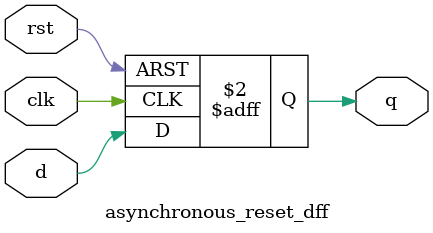
<source format=v>
module asynchronous_reset_dff(input clk, input rst, input d, output reg q);
always @(posedge clk or posedge rst) begin
  if (rst)
    q <= 0;
  else
    q <= d;
end
endmodule
</source>
